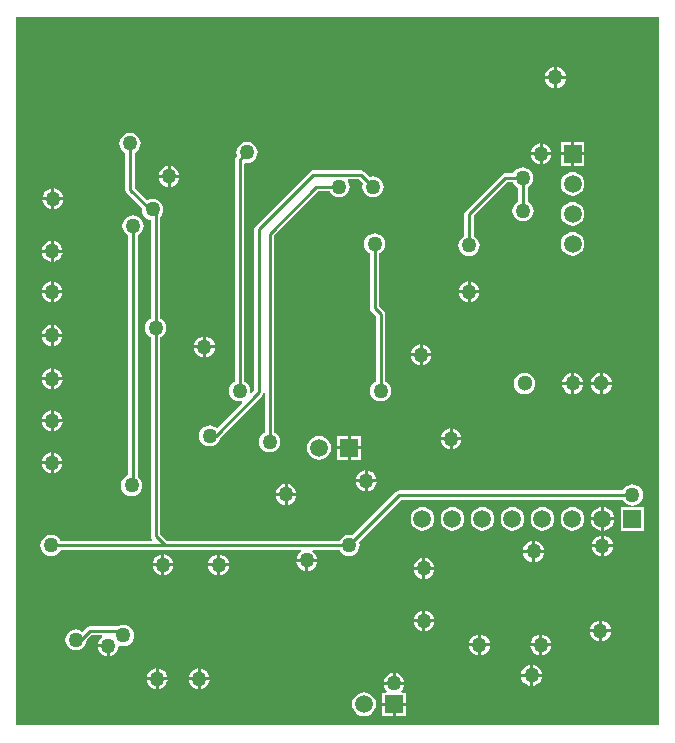
<source format=gbl>
G04*
G04 #@! TF.GenerationSoftware,Altium Limited,Altium Designer,18.1.7 (191)*
G04*
G04 Layer_Physical_Order=2*
G04 Layer_Color=16711680*
%FSLAX25Y25*%
%MOIN*%
G70*
G01*
G75*
%ADD14C,0.01000*%
%ADD62R,0.05906X0.05906*%
%ADD63C,0.05906*%
%ADD64R,0.05906X0.05906*%
%ADD65C,0.05118*%
%ADD66C,0.05000*%
G36*
X315971Y263029D02*
X101529D01*
Y498971D01*
X315971D01*
Y263029D01*
D02*
G37*
%LPC*%
G36*
X281827Y482464D02*
Y479500D01*
X284791D01*
X284737Y479914D01*
X284384Y480765D01*
X283823Y481496D01*
X283092Y482057D01*
X282241Y482410D01*
X281827Y482464D01*
D02*
G37*
G36*
X280827D02*
X280413Y482410D01*
X279562Y482057D01*
X278831Y481496D01*
X278270Y480765D01*
X277917Y479914D01*
X277862Y479500D01*
X280827D01*
Y482464D01*
D02*
G37*
G36*
X284791Y478500D02*
X281827D01*
Y475536D01*
X282241Y475590D01*
X283092Y475943D01*
X283823Y476504D01*
X284384Y477235D01*
X284737Y478086D01*
X284791Y478500D01*
D02*
G37*
G36*
X280827D02*
X277862D01*
X277917Y478086D01*
X278270Y477235D01*
X278831Y476504D01*
X279562Y475943D01*
X280413Y475590D01*
X280827Y475536D01*
Y478500D01*
D02*
G37*
G36*
X290953Y457453D02*
X287500D01*
Y454000D01*
X290953D01*
Y457453D01*
D02*
G37*
G36*
X277000Y456964D02*
Y454000D01*
X279964D01*
X279910Y454414D01*
X279557Y455265D01*
X278996Y455996D01*
X278265Y456557D01*
X277414Y456910D01*
X277000Y456964D01*
D02*
G37*
G36*
X276000D02*
X275586Y456910D01*
X274735Y456557D01*
X274004Y455996D01*
X273443Y455265D01*
X273090Y454414D01*
X273036Y454000D01*
X276000D01*
Y456964D01*
D02*
G37*
G36*
X286500Y457453D02*
X283047D01*
Y454000D01*
X286500D01*
Y457453D01*
D02*
G37*
G36*
X178500Y457530D02*
X177586Y457410D01*
X176735Y457057D01*
X176004Y456496D01*
X175443Y455765D01*
X175090Y454914D01*
X174970Y454000D01*
X175090Y453086D01*
X175188Y452851D01*
X174919Y452581D01*
X174587Y452085D01*
X174471Y451500D01*
Y377655D01*
X174235Y377557D01*
X173504Y376996D01*
X172943Y376265D01*
X172590Y375414D01*
X172470Y374500D01*
X172590Y373586D01*
X172943Y372735D01*
X173504Y372004D01*
X174235Y371443D01*
X175086Y371090D01*
X176000Y370970D01*
X176691Y371061D01*
X176924Y370587D01*
X168404Y362067D01*
X167765Y362557D01*
X166914Y362910D01*
X166000Y363030D01*
X165086Y362910D01*
X164235Y362557D01*
X163504Y361996D01*
X162943Y361265D01*
X162590Y360414D01*
X162470Y359500D01*
X162590Y358586D01*
X162943Y357735D01*
X163504Y357004D01*
X164235Y356443D01*
X165086Y356090D01*
X166000Y355970D01*
X166914Y356090D01*
X167765Y356443D01*
X168496Y357004D01*
X169057Y357735D01*
X169410Y358586D01*
X169434Y358771D01*
X183581Y372919D01*
X183913Y373415D01*
X183971Y373705D01*
X184471Y373655D01*
Y360655D01*
X184235Y360557D01*
X183504Y359996D01*
X182943Y359265D01*
X182590Y358414D01*
X182470Y357500D01*
X182590Y356586D01*
X182943Y355735D01*
X183504Y355004D01*
X184235Y354443D01*
X185086Y354090D01*
X186000Y353970D01*
X186914Y354090D01*
X187765Y354443D01*
X188496Y355004D01*
X189057Y355735D01*
X189410Y356586D01*
X189530Y357500D01*
X189410Y358414D01*
X189057Y359265D01*
X188496Y359996D01*
X187765Y360557D01*
X187529Y360655D01*
Y426260D01*
X202240Y440971D01*
X206077D01*
X206175Y440735D01*
X206736Y440004D01*
X207467Y439443D01*
X208319Y439090D01*
X209232Y438970D01*
X210146Y439090D01*
X210997Y439443D01*
X211729Y440004D01*
X212290Y440735D01*
X212642Y441586D01*
X212762Y442500D01*
X212642Y443414D01*
X212290Y444265D01*
X212092Y444522D01*
X212313Y444971D01*
X215866D01*
X217188Y443649D01*
X217090Y443414D01*
X216970Y442500D01*
X217090Y441586D01*
X217443Y440735D01*
X218004Y440004D01*
X218735Y439443D01*
X219586Y439090D01*
X220500Y438970D01*
X221414Y439090D01*
X222265Y439443D01*
X222996Y440004D01*
X223557Y440735D01*
X223910Y441586D01*
X224030Y442500D01*
X223910Y443414D01*
X223557Y444265D01*
X222996Y444996D01*
X222265Y445557D01*
X221414Y445910D01*
X220500Y446030D01*
X219586Y445910D01*
X219351Y445812D01*
X217581Y447581D01*
X217085Y447913D01*
X216500Y448029D01*
X200500D01*
X199915Y447913D01*
X199419Y447581D01*
X181419Y429581D01*
X181087Y429085D01*
X180971Y428500D01*
Y374634D01*
X179913Y373576D01*
X179439Y373809D01*
X179530Y374500D01*
X179410Y375414D01*
X179057Y376265D01*
X178496Y376996D01*
X177765Y377557D01*
X177529Y377655D01*
Y450093D01*
X178029Y450532D01*
X178500Y450470D01*
X179414Y450590D01*
X180265Y450943D01*
X180996Y451504D01*
X181557Y452235D01*
X181910Y453086D01*
X182030Y454000D01*
X181910Y454914D01*
X181557Y455765D01*
X180996Y456496D01*
X180265Y457057D01*
X179414Y457410D01*
X178500Y457530D01*
D02*
G37*
G36*
X279964Y453000D02*
X277000D01*
Y450036D01*
X277414Y450090D01*
X278265Y450443D01*
X278996Y451004D01*
X279557Y451735D01*
X279910Y452586D01*
X279964Y453000D01*
D02*
G37*
G36*
X276000D02*
X273036D01*
X273090Y452586D01*
X273443Y451735D01*
X274004Y451004D01*
X274735Y450443D01*
X275586Y450090D01*
X276000Y450036D01*
Y453000D01*
D02*
G37*
G36*
X290953D02*
X287500D01*
Y449547D01*
X290953D01*
Y453000D01*
D02*
G37*
G36*
X286500D02*
X283047D01*
Y449547D01*
X286500D01*
Y453000D01*
D02*
G37*
G36*
X153000Y449464D02*
Y446500D01*
X155964D01*
X155910Y446914D01*
X155557Y447765D01*
X154996Y448496D01*
X154265Y449057D01*
X153414Y449410D01*
X153000Y449464D01*
D02*
G37*
G36*
X152000D02*
X151586Y449410D01*
X150735Y449057D01*
X150004Y448496D01*
X149443Y447765D01*
X149090Y446914D01*
X149036Y446500D01*
X152000D01*
Y449464D01*
D02*
G37*
G36*
X155964Y445500D02*
X153000D01*
Y442536D01*
X153414Y442590D01*
X154265Y442943D01*
X154996Y443504D01*
X155557Y444235D01*
X155910Y445086D01*
X155964Y445500D01*
D02*
G37*
G36*
X152000D02*
X149036D01*
X149090Y445086D01*
X149443Y444235D01*
X150004Y443504D01*
X150735Y442943D01*
X151586Y442590D01*
X152000Y442536D01*
Y445500D01*
D02*
G37*
G36*
X287000Y447487D02*
X285968Y447351D01*
X285007Y446953D01*
X284181Y446319D01*
X283547Y445493D01*
X283149Y444532D01*
X283013Y443500D01*
X283149Y442468D01*
X283547Y441507D01*
X284181Y440681D01*
X285007Y440047D01*
X285968Y439649D01*
X287000Y439513D01*
X288032Y439649D01*
X288993Y440047D01*
X289819Y440681D01*
X290453Y441507D01*
X290851Y442468D01*
X290987Y443500D01*
X290851Y444532D01*
X290453Y445493D01*
X289819Y446319D01*
X288993Y446953D01*
X288032Y447351D01*
X287000Y447487D01*
D02*
G37*
G36*
X114284Y441964D02*
Y439000D01*
X117248D01*
X117193Y439414D01*
X116841Y440265D01*
X116280Y440996D01*
X115549Y441557D01*
X114697Y441910D01*
X114284Y441964D01*
D02*
G37*
G36*
X113284D02*
X112870Y441910D01*
X112018Y441557D01*
X111287Y440996D01*
X110726Y440265D01*
X110374Y439414D01*
X110319Y439000D01*
X113284D01*
Y441964D01*
D02*
G37*
G36*
X117248Y438000D02*
X114284D01*
Y435036D01*
X114697Y435090D01*
X115549Y435443D01*
X116280Y436004D01*
X116841Y436735D01*
X117193Y437586D01*
X117248Y438000D01*
D02*
G37*
G36*
X113284D02*
X110319D01*
X110374Y437586D01*
X110726Y436735D01*
X111287Y436004D01*
X112018Y435443D01*
X112870Y435090D01*
X113284Y435036D01*
Y438000D01*
D02*
G37*
G36*
X270374Y449030D02*
X269460Y448910D01*
X268609Y448557D01*
X267878Y447996D01*
X267317Y447265D01*
X267219Y447029D01*
X264500D01*
X263915Y446913D01*
X263419Y446581D01*
X251419Y434581D01*
X251087Y434085D01*
X250971Y433500D01*
Y426155D01*
X250735Y426057D01*
X250004Y425496D01*
X249443Y424765D01*
X249090Y423914D01*
X248970Y423000D01*
X249090Y422086D01*
X249443Y421235D01*
X250004Y420504D01*
X250735Y419943D01*
X251586Y419590D01*
X252500Y419470D01*
X253414Y419590D01*
X254265Y419943D01*
X254996Y420504D01*
X255557Y421235D01*
X255910Y422086D01*
X256030Y423000D01*
X255910Y423914D01*
X255557Y424765D01*
X254996Y425496D01*
X254265Y426057D01*
X254029Y426155D01*
Y432866D01*
X265134Y443971D01*
X267219D01*
X267317Y443735D01*
X267878Y443004D01*
X268609Y442443D01*
X268971Y442293D01*
Y437655D01*
X268735Y437557D01*
X268004Y436996D01*
X267443Y436265D01*
X267090Y435414D01*
X266970Y434500D01*
X267090Y433586D01*
X267443Y432735D01*
X268004Y432004D01*
X268735Y431443D01*
X269586Y431090D01*
X270500Y430970D01*
X271414Y431090D01*
X272265Y431443D01*
X272996Y432004D01*
X273557Y432735D01*
X273910Y433586D01*
X274030Y434500D01*
X273910Y435414D01*
X273557Y436265D01*
X272996Y436996D01*
X272265Y437557D01*
X272029Y437655D01*
Y442397D01*
X272139Y442443D01*
X272870Y443004D01*
X273431Y443735D01*
X273784Y444586D01*
X273904Y445500D01*
X273784Y446414D01*
X273431Y447265D01*
X272870Y447996D01*
X272139Y448557D01*
X271288Y448910D01*
X270374Y449030D01*
D02*
G37*
G36*
X287000Y437487D02*
X285968Y437351D01*
X285007Y436953D01*
X284181Y436319D01*
X283547Y435493D01*
X283149Y434532D01*
X283013Y433500D01*
X283149Y432468D01*
X283547Y431507D01*
X284181Y430681D01*
X285007Y430047D01*
X285968Y429649D01*
X287000Y429513D01*
X288032Y429649D01*
X288993Y430047D01*
X289819Y430681D01*
X290453Y431507D01*
X290851Y432468D01*
X290987Y433500D01*
X290851Y434532D01*
X290453Y435493D01*
X289819Y436319D01*
X288993Y436953D01*
X288032Y437351D01*
X287000Y437487D01*
D02*
G37*
G36*
X114047Y424512D02*
Y421547D01*
X117012D01*
X116957Y421961D01*
X116604Y422812D01*
X116043Y423544D01*
X115312Y424104D01*
X114461Y424457D01*
X114047Y424512D01*
D02*
G37*
G36*
X113047D02*
X112634Y424457D01*
X111782Y424104D01*
X111051Y423544D01*
X110490Y422812D01*
X110137Y421961D01*
X110083Y421547D01*
X113047D01*
Y424512D01*
D02*
G37*
G36*
X287000Y427487D02*
X285968Y427351D01*
X285007Y426953D01*
X284181Y426319D01*
X283547Y425493D01*
X283149Y424532D01*
X283013Y423500D01*
X283149Y422468D01*
X283547Y421507D01*
X284181Y420681D01*
X285007Y420047D01*
X285968Y419649D01*
X287000Y419513D01*
X288032Y419649D01*
X288993Y420047D01*
X289819Y420681D01*
X290453Y421507D01*
X290851Y422468D01*
X290987Y423500D01*
X290851Y424532D01*
X290453Y425493D01*
X289819Y426319D01*
X288993Y426953D01*
X288032Y427351D01*
X287000Y427487D01*
D02*
G37*
G36*
X117012Y420547D02*
X114047D01*
Y417583D01*
X114461Y417637D01*
X115312Y417990D01*
X116043Y418551D01*
X116604Y419282D01*
X116957Y420134D01*
X117012Y420547D01*
D02*
G37*
G36*
X113047D02*
X110083D01*
X110137Y420134D01*
X110490Y419282D01*
X111051Y418551D01*
X111782Y417990D01*
X112634Y417637D01*
X113047Y417583D01*
Y420547D01*
D02*
G37*
G36*
X253000Y410964D02*
Y408000D01*
X255964D01*
X255910Y408414D01*
X255557Y409265D01*
X254996Y409996D01*
X254265Y410557D01*
X253414Y410910D01*
X253000Y410964D01*
D02*
G37*
G36*
X252000D02*
X251586Y410910D01*
X250735Y410557D01*
X250004Y409996D01*
X249443Y409265D01*
X249090Y408414D01*
X249036Y408000D01*
X252000D01*
Y410964D01*
D02*
G37*
G36*
X114000D02*
Y408000D01*
X116964D01*
X116910Y408414D01*
X116557Y409265D01*
X115996Y409996D01*
X115265Y410557D01*
X114414Y410910D01*
X114000Y410964D01*
D02*
G37*
G36*
X113000D02*
X112586Y410910D01*
X111735Y410557D01*
X111004Y409996D01*
X110443Y409265D01*
X110090Y408414D01*
X110036Y408000D01*
X113000D01*
Y410964D01*
D02*
G37*
G36*
X255964Y407000D02*
X253000D01*
Y404036D01*
X253414Y404090D01*
X254265Y404443D01*
X254996Y405004D01*
X255557Y405735D01*
X255910Y406586D01*
X255964Y407000D01*
D02*
G37*
G36*
X252000D02*
X249036D01*
X249090Y406586D01*
X249443Y405735D01*
X250004Y405004D01*
X250735Y404443D01*
X251586Y404090D01*
X252000Y404036D01*
Y407000D01*
D02*
G37*
G36*
X116964D02*
X114000D01*
Y404036D01*
X114414Y404090D01*
X115265Y404443D01*
X115996Y405004D01*
X116557Y405735D01*
X116910Y406586D01*
X116964Y407000D01*
D02*
G37*
G36*
X113000D02*
X110036D01*
X110090Y406586D01*
X110443Y405735D01*
X111004Y405004D01*
X111735Y404443D01*
X112586Y404090D01*
X113000Y404036D01*
Y407000D01*
D02*
G37*
G36*
X114000Y396464D02*
Y393500D01*
X116964D01*
X116910Y393914D01*
X116557Y394765D01*
X115996Y395496D01*
X115265Y396057D01*
X114414Y396410D01*
X114000Y396464D01*
D02*
G37*
G36*
X113000D02*
X112586Y396410D01*
X111735Y396057D01*
X111004Y395496D01*
X110443Y394765D01*
X110090Y393914D01*
X110036Y393500D01*
X113000D01*
Y396464D01*
D02*
G37*
G36*
X164815Y392649D02*
Y389685D01*
X167779D01*
X167725Y390099D01*
X167372Y390950D01*
X166811Y391681D01*
X166080Y392242D01*
X165229Y392595D01*
X164815Y392649D01*
D02*
G37*
G36*
X163815D02*
X163401Y392595D01*
X162550Y392242D01*
X161819Y391681D01*
X161258Y390950D01*
X160905Y390099D01*
X160851Y389685D01*
X163815D01*
Y392649D01*
D02*
G37*
G36*
X116964Y392500D02*
X114000D01*
Y389536D01*
X114414Y389590D01*
X115265Y389943D01*
X115996Y390504D01*
X116557Y391235D01*
X116910Y392086D01*
X116964Y392500D01*
D02*
G37*
G36*
X113000D02*
X110036D01*
X110090Y392086D01*
X110443Y391235D01*
X111004Y390504D01*
X111735Y389943D01*
X112586Y389590D01*
X113000Y389536D01*
Y392500D01*
D02*
G37*
G36*
X237000Y389964D02*
Y387000D01*
X239964D01*
X239910Y387414D01*
X239557Y388265D01*
X238996Y388996D01*
X238265Y389557D01*
X237414Y389910D01*
X237000Y389964D01*
D02*
G37*
G36*
X236000D02*
X235586Y389910D01*
X234735Y389557D01*
X234004Y388996D01*
X233443Y388265D01*
X233090Y387414D01*
X233036Y387000D01*
X236000D01*
Y389964D01*
D02*
G37*
G36*
X167779Y388685D02*
X164815D01*
Y385721D01*
X165229Y385775D01*
X166080Y386128D01*
X166811Y386689D01*
X167372Y387420D01*
X167725Y388271D01*
X167779Y388685D01*
D02*
G37*
G36*
X163815D02*
X160851D01*
X160905Y388271D01*
X161258Y387420D01*
X161819Y386689D01*
X162550Y386128D01*
X163401Y385775D01*
X163815Y385721D01*
Y388685D01*
D02*
G37*
G36*
X239964Y386000D02*
X237000D01*
Y383036D01*
X237414Y383090D01*
X238265Y383443D01*
X238996Y384004D01*
X239557Y384735D01*
X239910Y385586D01*
X239964Y386000D01*
D02*
G37*
G36*
X236000D02*
X233036D01*
X233090Y385586D01*
X233443Y384735D01*
X234004Y384004D01*
X234735Y383443D01*
X235586Y383090D01*
X236000Y383036D01*
Y386000D01*
D02*
G37*
G36*
X114047Y381964D02*
Y379000D01*
X117012D01*
X116957Y379414D01*
X116604Y380265D01*
X116043Y380996D01*
X115312Y381557D01*
X114461Y381910D01*
X114047Y381964D01*
D02*
G37*
G36*
X113047D02*
X112634Y381910D01*
X111782Y381557D01*
X111051Y380996D01*
X110490Y380265D01*
X110137Y379414D01*
X110083Y379000D01*
X113047D01*
Y381964D01*
D02*
G37*
G36*
X297091Y380524D02*
Y377500D01*
X300114D01*
X300058Y377929D01*
X299699Y378795D01*
X299129Y379538D01*
X298385Y380109D01*
X297520Y380467D01*
X297091Y380524D01*
D02*
G37*
G36*
X287559Y380464D02*
Y377500D01*
X290523D01*
X290469Y377914D01*
X290116Y378765D01*
X289555Y379496D01*
X288824Y380057D01*
X287973Y380410D01*
X287559Y380464D01*
D02*
G37*
G36*
X286559D02*
X286145Y380410D01*
X285294Y380057D01*
X284563Y379496D01*
X284002Y378765D01*
X283649Y377914D01*
X283595Y377500D01*
X286559D01*
Y380464D01*
D02*
G37*
G36*
X296091Y380524D02*
X295661Y380467D01*
X294796Y380109D01*
X294052Y379538D01*
X293482Y378795D01*
X293123Y377929D01*
X293067Y377500D01*
X296091D01*
Y380524D01*
D02*
G37*
G36*
X117012Y378000D02*
X114047D01*
Y375036D01*
X114461Y375090D01*
X115312Y375443D01*
X116043Y376004D01*
X116604Y376735D01*
X116957Y377586D01*
X117012Y378000D01*
D02*
G37*
G36*
X113047D02*
X110083D01*
X110137Y377586D01*
X110490Y376735D01*
X111051Y376004D01*
X111782Y375443D01*
X112634Y375090D01*
X113047Y375036D01*
Y378000D01*
D02*
G37*
G36*
X290523Y376500D02*
X287559D01*
Y373536D01*
X287973Y373590D01*
X288824Y373943D01*
X289555Y374504D01*
X290116Y375235D01*
X290469Y376086D01*
X290523Y376500D01*
D02*
G37*
G36*
X286559D02*
X283595D01*
X283649Y376086D01*
X284002Y375235D01*
X284563Y374504D01*
X285294Y373943D01*
X286145Y373590D01*
X286559Y373536D01*
Y376500D01*
D02*
G37*
G36*
X300114D02*
X297091D01*
Y373476D01*
X297520Y373533D01*
X298385Y373891D01*
X299129Y374462D01*
X299699Y375205D01*
X300058Y376071D01*
X300114Y376500D01*
D02*
G37*
G36*
X296091D02*
X293067D01*
X293123Y376071D01*
X293482Y375205D01*
X294052Y374462D01*
X294796Y373891D01*
X295661Y373533D01*
X296091Y373476D01*
Y376500D01*
D02*
G37*
G36*
X271000Y380590D02*
X270071Y380467D01*
X269205Y380109D01*
X268462Y379538D01*
X267891Y378795D01*
X267533Y377929D01*
X267410Y377000D01*
X267533Y376071D01*
X267891Y375205D01*
X268462Y374462D01*
X269205Y373891D01*
X270071Y373533D01*
X271000Y373410D01*
X271929Y373533D01*
X272795Y373891D01*
X273538Y374462D01*
X274109Y375205D01*
X274467Y376071D01*
X274590Y377000D01*
X274467Y377929D01*
X274109Y378795D01*
X273538Y379538D01*
X272795Y380109D01*
X271929Y380467D01*
X271000Y380590D01*
D02*
G37*
G36*
X221000Y427030D02*
X220086Y426910D01*
X219235Y426557D01*
X218504Y425996D01*
X217943Y425265D01*
X217590Y424414D01*
X217470Y423500D01*
X217590Y422586D01*
X217943Y421735D01*
X218504Y421004D01*
X219235Y420443D01*
X219471Y420345D01*
Y402000D01*
X219587Y401415D01*
X219919Y400919D01*
X221471Y399366D01*
Y377655D01*
X221235Y377557D01*
X220504Y376996D01*
X219943Y376265D01*
X219590Y375414D01*
X219470Y374500D01*
X219590Y373586D01*
X219943Y372735D01*
X220504Y372004D01*
X221235Y371443D01*
X222086Y371090D01*
X223000Y370970D01*
X223914Y371090D01*
X224765Y371443D01*
X225496Y372004D01*
X226057Y372735D01*
X226410Y373586D01*
X226530Y374500D01*
X226410Y375414D01*
X226057Y376265D01*
X225496Y376996D01*
X224765Y377557D01*
X224529Y377655D01*
Y400000D01*
X224413Y400585D01*
X224081Y401081D01*
X222529Y402633D01*
Y420345D01*
X222765Y420443D01*
X223496Y421004D01*
X224057Y421735D01*
X224410Y422586D01*
X224530Y423500D01*
X224410Y424414D01*
X224057Y425265D01*
X223496Y425996D01*
X222765Y426557D01*
X221914Y426910D01*
X221000Y427030D01*
D02*
G37*
G36*
X114047Y367964D02*
Y365000D01*
X117012D01*
X116957Y365414D01*
X116604Y366265D01*
X116043Y366996D01*
X115312Y367557D01*
X114461Y367910D01*
X114047Y367964D01*
D02*
G37*
G36*
X113047D02*
X112634Y367910D01*
X111782Y367557D01*
X111051Y366996D01*
X110490Y366265D01*
X110137Y365414D01*
X110083Y365000D01*
X113047D01*
Y367964D01*
D02*
G37*
G36*
X117012Y364000D02*
X114047D01*
Y361036D01*
X114461Y361090D01*
X115312Y361443D01*
X116043Y362004D01*
X116604Y362735D01*
X116957Y363586D01*
X117012Y364000D01*
D02*
G37*
G36*
X113047D02*
X110083D01*
X110137Y363586D01*
X110490Y362735D01*
X111051Y362004D01*
X111782Y361443D01*
X112634Y361090D01*
X113047Y361036D01*
Y364000D01*
D02*
G37*
G36*
X247000Y361964D02*
Y359000D01*
X249964D01*
X249910Y359414D01*
X249557Y360265D01*
X248996Y360996D01*
X248265Y361557D01*
X247414Y361910D01*
X247000Y361964D01*
D02*
G37*
G36*
X246000D02*
X245586Y361910D01*
X244735Y361557D01*
X244004Y360996D01*
X243443Y360265D01*
X243090Y359414D01*
X243036Y359000D01*
X246000D01*
Y361964D01*
D02*
G37*
G36*
X216453Y359453D02*
X213000D01*
Y356000D01*
X216453D01*
Y359453D01*
D02*
G37*
G36*
X212000D02*
X208547D01*
Y356000D01*
X212000D01*
Y359453D01*
D02*
G37*
G36*
X249964Y358000D02*
X247000D01*
Y355036D01*
X247414Y355090D01*
X248265Y355443D01*
X248996Y356004D01*
X249557Y356735D01*
X249910Y357586D01*
X249964Y358000D01*
D02*
G37*
G36*
X246000D02*
X243036D01*
X243090Y357586D01*
X243443Y356735D01*
X244004Y356004D01*
X244735Y355443D01*
X245586Y355090D01*
X246000Y355036D01*
Y358000D01*
D02*
G37*
G36*
X216453Y355000D02*
X213000D01*
Y351547D01*
X216453D01*
Y355000D01*
D02*
G37*
G36*
X212000D02*
X208547D01*
Y351547D01*
X212000D01*
Y355000D01*
D02*
G37*
G36*
X202500Y359487D02*
X201468Y359351D01*
X200507Y358953D01*
X199681Y358319D01*
X199047Y357493D01*
X198649Y356532D01*
X198513Y355500D01*
X198649Y354468D01*
X199047Y353507D01*
X199681Y352681D01*
X200507Y352047D01*
X201468Y351649D01*
X202500Y351513D01*
X203532Y351649D01*
X204493Y352047D01*
X205319Y352681D01*
X205953Y353507D01*
X206351Y354468D01*
X206487Y355500D01*
X206351Y356532D01*
X205953Y357493D01*
X205319Y358319D01*
X204493Y358953D01*
X203532Y359351D01*
X202500Y359487D01*
D02*
G37*
G36*
X114000Y353964D02*
Y351000D01*
X116964D01*
X116910Y351414D01*
X116557Y352265D01*
X115996Y352996D01*
X115265Y353557D01*
X114414Y353910D01*
X114000Y353964D01*
D02*
G37*
G36*
X113000D02*
X112586Y353910D01*
X111735Y353557D01*
X111004Y352996D01*
X110443Y352265D01*
X110090Y351414D01*
X110036Y351000D01*
X113000D01*
Y353964D01*
D02*
G37*
G36*
X116964Y350000D02*
X114000D01*
Y347036D01*
X114414Y347090D01*
X115265Y347443D01*
X115996Y348004D01*
X116557Y348735D01*
X116910Y349586D01*
X116964Y350000D01*
D02*
G37*
G36*
X113000D02*
X110036D01*
X110090Y349586D01*
X110443Y348735D01*
X111004Y348004D01*
X111735Y347443D01*
X112586Y347090D01*
X113000Y347036D01*
Y350000D01*
D02*
G37*
G36*
X218736Y347964D02*
Y345000D01*
X221700D01*
X221645Y345414D01*
X221293Y346265D01*
X220732Y346996D01*
X220001Y347557D01*
X219149Y347910D01*
X218736Y347964D01*
D02*
G37*
G36*
X217736D02*
X217322Y347910D01*
X216470Y347557D01*
X215739Y346996D01*
X215178Y346265D01*
X214826Y345414D01*
X214771Y345000D01*
X217736D01*
Y347964D01*
D02*
G37*
G36*
X221700Y344000D02*
X218736D01*
Y341036D01*
X219149Y341090D01*
X220001Y341443D01*
X220732Y342004D01*
X221293Y342735D01*
X221645Y343586D01*
X221700Y344000D01*
D02*
G37*
G36*
X217736D02*
X214771D01*
X214826Y343586D01*
X215178Y342735D01*
X215739Y342004D01*
X216470Y341443D01*
X217322Y341090D01*
X217736Y341036D01*
Y344000D01*
D02*
G37*
G36*
X192000Y343464D02*
Y340500D01*
X194964D01*
X194910Y340914D01*
X194557Y341765D01*
X193996Y342496D01*
X193265Y343057D01*
X192414Y343410D01*
X192000Y343464D01*
D02*
G37*
G36*
X191000D02*
X190586Y343410D01*
X189735Y343057D01*
X189004Y342496D01*
X188443Y341765D01*
X188090Y340914D01*
X188036Y340500D01*
X191000D01*
Y343464D01*
D02*
G37*
G36*
X140500Y433030D02*
X139586Y432910D01*
X138735Y432557D01*
X138004Y431996D01*
X137443Y431265D01*
X137090Y430414D01*
X136970Y429500D01*
X137090Y428586D01*
X137443Y427735D01*
X138004Y427004D01*
X138735Y426443D01*
X138971Y426345D01*
Y346351D01*
X138235Y346047D01*
X137504Y345486D01*
X136943Y344755D01*
X136590Y343903D01*
X136470Y342989D01*
X136590Y342076D01*
X136943Y341224D01*
X137504Y340493D01*
X138235Y339932D01*
X139086Y339579D01*
X140000Y339459D01*
X140914Y339579D01*
X141765Y339932D01*
X142496Y340493D01*
X143057Y341224D01*
X143410Y342076D01*
X143530Y342989D01*
X143410Y343903D01*
X143057Y344755D01*
X142496Y345486D01*
X142029Y345844D01*
Y426345D01*
X142265Y426443D01*
X142996Y427004D01*
X143557Y427735D01*
X143910Y428586D01*
X144030Y429500D01*
X143910Y430414D01*
X143557Y431265D01*
X142996Y431996D01*
X142265Y432557D01*
X141414Y432910D01*
X140500Y433030D01*
D02*
G37*
G36*
X194964Y339500D02*
X192000D01*
Y336536D01*
X192414Y336590D01*
X193265Y336943D01*
X193996Y337504D01*
X194557Y338235D01*
X194910Y339086D01*
X194964Y339500D01*
D02*
G37*
G36*
X191000D02*
X188036D01*
X188090Y339086D01*
X188443Y338235D01*
X189004Y337504D01*
X189735Y336943D01*
X190586Y336590D01*
X191000Y336536D01*
Y339500D01*
D02*
G37*
G36*
X139500Y460530D02*
X138586Y460410D01*
X137735Y460057D01*
X137004Y459496D01*
X136443Y458765D01*
X136090Y457914D01*
X135970Y457000D01*
X136090Y456086D01*
X136443Y455235D01*
X137004Y454504D01*
X137735Y453943D01*
X137971Y453845D01*
Y441512D01*
X138087Y440927D01*
X138419Y440431D01*
X143514Y435336D01*
X143470Y435000D01*
X143590Y434086D01*
X143943Y433235D01*
X144504Y432504D01*
X145235Y431943D01*
X146086Y431590D01*
X146471Y431539D01*
Y398655D01*
X146235Y398557D01*
X145504Y397996D01*
X144943Y397265D01*
X144590Y396414D01*
X144470Y395500D01*
X144590Y394586D01*
X144943Y393735D01*
X145504Y393004D01*
X146235Y392443D01*
X146471Y392345D01*
Y326095D01*
X146587Y325510D01*
X146908Y325029D01*
X146866Y324810D01*
X146750Y324529D01*
X116336D01*
X116238Y324765D01*
X115677Y325496D01*
X114946Y326057D01*
X114095Y326410D01*
X113181Y326530D01*
X112267Y326410D01*
X111416Y326057D01*
X110685Y325496D01*
X110124Y324765D01*
X109771Y323914D01*
X109651Y323000D01*
X109771Y322086D01*
X110124Y321235D01*
X110685Y320504D01*
X111416Y319943D01*
X112267Y319590D01*
X113181Y319470D01*
X114095Y319590D01*
X114946Y319943D01*
X115677Y320504D01*
X116238Y321235D01*
X116336Y321471D01*
X196438D01*
X196567Y320971D01*
X195949Y320496D01*
X195388Y319765D01*
X195035Y318914D01*
X194981Y318500D01*
X201909D01*
X201855Y318914D01*
X201502Y319765D01*
X200941Y320496D01*
X200323Y320971D01*
X200452Y321471D01*
X209345D01*
X209443Y321235D01*
X210004Y320504D01*
X210735Y319943D01*
X211586Y319590D01*
X212500Y319470D01*
X213414Y319590D01*
X214265Y319943D01*
X214996Y320504D01*
X215557Y321235D01*
X215910Y322086D01*
X216030Y323000D01*
X215910Y323914D01*
X215812Y324149D01*
X229952Y338289D01*
X303841D01*
X303939Y338054D01*
X304500Y337323D01*
X305231Y336762D01*
X306082Y336409D01*
X306996Y336289D01*
X307910Y336409D01*
X308761Y336762D01*
X309492Y337323D01*
X310053Y338054D01*
X310406Y338905D01*
X310526Y339819D01*
X310406Y340733D01*
X310053Y341584D01*
X309492Y342315D01*
X308761Y342876D01*
X307910Y343229D01*
X306996Y343349D01*
X306082Y343229D01*
X305231Y342876D01*
X304500Y342315D01*
X303939Y341584D01*
X303841Y341348D01*
X229319D01*
X228734Y341232D01*
X228237Y340900D01*
X213649Y326312D01*
X213414Y326410D01*
X212500Y326530D01*
X211586Y326410D01*
X210735Y326057D01*
X210004Y325496D01*
X209443Y324765D01*
X209345Y324529D01*
X151729D01*
X149529Y326729D01*
Y392345D01*
X149765Y392443D01*
X150496Y393004D01*
X151057Y393735D01*
X151410Y394586D01*
X151530Y395500D01*
X151410Y396414D01*
X151057Y397265D01*
X150496Y397996D01*
X149765Y398557D01*
X149529Y398655D01*
Y432547D01*
X150057Y433235D01*
X150410Y434086D01*
X150530Y435000D01*
X150410Y435914D01*
X150057Y436765D01*
X149496Y437496D01*
X148765Y438057D01*
X147914Y438410D01*
X147000Y438530D01*
X146086Y438410D01*
X145235Y438057D01*
X145169Y438007D01*
X141029Y442146D01*
Y453845D01*
X141265Y453943D01*
X141996Y454504D01*
X142557Y455235D01*
X142910Y456086D01*
X143030Y457000D01*
X142910Y457914D01*
X142557Y458765D01*
X141996Y459496D01*
X141265Y460057D01*
X140414Y460410D01*
X139500Y460530D01*
D02*
G37*
G36*
X297496Y335740D02*
Y332319D01*
X300917D01*
X300847Y332851D01*
X300449Y333812D01*
X299815Y334638D01*
X298990Y335272D01*
X298028Y335670D01*
X297496Y335740D01*
D02*
G37*
G36*
X296496D02*
X295964Y335670D01*
X295003Y335272D01*
X294177Y334638D01*
X293543Y333812D01*
X293145Y332851D01*
X293075Y332319D01*
X296496D01*
Y335740D01*
D02*
G37*
G36*
X300917Y331319D02*
X297496D01*
Y327898D01*
X298028Y327968D01*
X298990Y328366D01*
X299815Y329000D01*
X300449Y329825D01*
X300847Y330787D01*
X300917Y331319D01*
D02*
G37*
G36*
X296496D02*
X293075D01*
X293145Y330787D01*
X293543Y329825D01*
X294177Y329000D01*
X295003Y328366D01*
X295964Y327968D01*
X296496Y327898D01*
Y331319D01*
D02*
G37*
G36*
X310949Y335772D02*
X303043D01*
Y327866D01*
X310949D01*
Y335772D01*
D02*
G37*
G36*
X286996Y335806D02*
X285964Y335670D01*
X285003Y335272D01*
X284177Y334638D01*
X283543Y333812D01*
X283145Y332851D01*
X283009Y331819D01*
X283145Y330787D01*
X283543Y329825D01*
X284177Y329000D01*
X285003Y328366D01*
X285964Y327968D01*
X286996Y327832D01*
X288028Y327968D01*
X288989Y328366D01*
X289815Y329000D01*
X290449Y329825D01*
X290847Y330787D01*
X290983Y331819D01*
X290847Y332851D01*
X290449Y333812D01*
X289815Y334638D01*
X288989Y335272D01*
X288028Y335670D01*
X286996Y335806D01*
D02*
G37*
G36*
X276996D02*
X275964Y335670D01*
X275003Y335272D01*
X274177Y334638D01*
X273543Y333812D01*
X273145Y332851D01*
X273009Y331819D01*
X273145Y330787D01*
X273543Y329825D01*
X274177Y329000D01*
X275003Y328366D01*
X275964Y327968D01*
X276996Y327832D01*
X278028Y327968D01*
X278990Y328366D01*
X279815Y329000D01*
X280449Y329825D01*
X280847Y330787D01*
X280983Y331819D01*
X280847Y332851D01*
X280449Y333812D01*
X279815Y334638D01*
X278990Y335272D01*
X278028Y335670D01*
X276996Y335806D01*
D02*
G37*
G36*
X266996D02*
X265964Y335670D01*
X265003Y335272D01*
X264177Y334638D01*
X263543Y333812D01*
X263145Y332851D01*
X263009Y331819D01*
X263145Y330787D01*
X263543Y329825D01*
X264177Y329000D01*
X265003Y328366D01*
X265964Y327968D01*
X266996Y327832D01*
X268028Y327968D01*
X268989Y328366D01*
X269815Y329000D01*
X270449Y329825D01*
X270847Y330787D01*
X270983Y331819D01*
X270847Y332851D01*
X270449Y333812D01*
X269815Y334638D01*
X268989Y335272D01*
X268028Y335670D01*
X266996Y335806D01*
D02*
G37*
G36*
X256996D02*
X255964Y335670D01*
X255003Y335272D01*
X254177Y334638D01*
X253543Y333812D01*
X253145Y332851D01*
X253009Y331819D01*
X253145Y330787D01*
X253543Y329825D01*
X254177Y329000D01*
X255003Y328366D01*
X255964Y327968D01*
X256996Y327832D01*
X258028Y327968D01*
X258990Y328366D01*
X259815Y329000D01*
X260449Y329825D01*
X260847Y330787D01*
X260983Y331819D01*
X260847Y332851D01*
X260449Y333812D01*
X259815Y334638D01*
X258990Y335272D01*
X258028Y335670D01*
X256996Y335806D01*
D02*
G37*
G36*
X246996D02*
X245964Y335670D01*
X245003Y335272D01*
X244177Y334638D01*
X243543Y333812D01*
X243145Y332851D01*
X243009Y331819D01*
X243145Y330787D01*
X243543Y329825D01*
X244177Y329000D01*
X245003Y328366D01*
X245964Y327968D01*
X246996Y327832D01*
X248028Y327968D01*
X248990Y328366D01*
X249815Y329000D01*
X250449Y329825D01*
X250847Y330787D01*
X250983Y331819D01*
X250847Y332851D01*
X250449Y333812D01*
X249815Y334638D01*
X248990Y335272D01*
X248028Y335670D01*
X246996Y335806D01*
D02*
G37*
G36*
X236996D02*
X235964Y335670D01*
X235003Y335272D01*
X234177Y334638D01*
X233543Y333812D01*
X233145Y332851D01*
X233009Y331819D01*
X233145Y330787D01*
X233543Y329825D01*
X234177Y329000D01*
X235003Y328366D01*
X235964Y327968D01*
X236996Y327832D01*
X238028Y327968D01*
X238989Y328366D01*
X239815Y329000D01*
X240449Y329825D01*
X240847Y330787D01*
X240983Y331819D01*
X240847Y332851D01*
X240449Y333812D01*
X239815Y334638D01*
X238989Y335272D01*
X238028Y335670D01*
X236996Y335806D01*
D02*
G37*
G36*
X297496Y326283D02*
Y323319D01*
X300460D01*
X300406Y323733D01*
X300053Y324584D01*
X299492Y325315D01*
X298761Y325876D01*
X297910Y326229D01*
X297496Y326283D01*
D02*
G37*
G36*
X296496D02*
X296082Y326229D01*
X295231Y325876D01*
X294500Y325315D01*
X293939Y324584D01*
X293586Y323733D01*
X293532Y323319D01*
X296496D01*
Y326283D01*
D02*
G37*
G36*
X274500Y324464D02*
Y321500D01*
X277464D01*
X277410Y321914D01*
X277057Y322765D01*
X276496Y323496D01*
X275765Y324057D01*
X274914Y324410D01*
X274500Y324464D01*
D02*
G37*
G36*
X273500D02*
X273086Y324410D01*
X272235Y324057D01*
X271504Y323496D01*
X270943Y322765D01*
X270590Y321914D01*
X270536Y321500D01*
X273500D01*
Y324464D01*
D02*
G37*
G36*
X300460Y322319D02*
X297496D01*
Y319355D01*
X297910Y319409D01*
X298761Y319762D01*
X299492Y320323D01*
X300053Y321054D01*
X300406Y321905D01*
X300460Y322319D01*
D02*
G37*
G36*
X296496D02*
X293532D01*
X293586Y321905D01*
X293939Y321054D01*
X294500Y320323D01*
X295231Y319762D01*
X296082Y319409D01*
X296496Y319355D01*
Y322319D01*
D02*
G37*
G36*
X277464Y320500D02*
X274500D01*
Y317536D01*
X274914Y317590D01*
X275765Y317943D01*
X276496Y318504D01*
X277057Y319235D01*
X277410Y320086D01*
X277464Y320500D01*
D02*
G37*
G36*
X273500D02*
X270536D01*
X270590Y320086D01*
X270943Y319235D01*
X271504Y318504D01*
X272235Y317943D01*
X273086Y317590D01*
X273500Y317536D01*
Y320500D01*
D02*
G37*
G36*
X169500Y319964D02*
Y317000D01*
X172464D01*
X172410Y317414D01*
X172057Y318265D01*
X171496Y318996D01*
X170765Y319557D01*
X169914Y319910D01*
X169500Y319964D01*
D02*
G37*
G36*
X168500D02*
X168086Y319910D01*
X167235Y319557D01*
X166504Y318996D01*
X165943Y318265D01*
X165590Y317414D01*
X165536Y317000D01*
X168500D01*
Y319964D01*
D02*
G37*
G36*
X150985D02*
Y317000D01*
X153950D01*
X153895Y317414D01*
X153542Y318265D01*
X152981Y318996D01*
X152250Y319557D01*
X151399Y319910D01*
X150985Y319964D01*
D02*
G37*
G36*
X149985D02*
X149572Y319910D01*
X148720Y319557D01*
X147989Y318996D01*
X147428Y318265D01*
X147075Y317414D01*
X147021Y317000D01*
X149985D01*
Y319964D01*
D02*
G37*
G36*
X237996Y318783D02*
Y315819D01*
X240960D01*
X240906Y316233D01*
X240553Y317084D01*
X239992Y317815D01*
X239261Y318376D01*
X238410Y318729D01*
X237996Y318783D01*
D02*
G37*
G36*
X236996D02*
X236582Y318729D01*
X235731Y318376D01*
X235000Y317815D01*
X234439Y317084D01*
X234086Y316233D01*
X234032Y315819D01*
X236996D01*
Y318783D01*
D02*
G37*
G36*
X201909Y317500D02*
X198945D01*
Y314536D01*
X199359Y314590D01*
X200210Y314943D01*
X200941Y315504D01*
X201502Y316235D01*
X201855Y317086D01*
X201909Y317500D01*
D02*
G37*
G36*
X197945D02*
X194981D01*
X195035Y317086D01*
X195388Y316235D01*
X195949Y315504D01*
X196680Y314943D01*
X197531Y314590D01*
X197945Y314536D01*
Y317500D01*
D02*
G37*
G36*
X172464Y316000D02*
X169500D01*
Y313036D01*
X169914Y313090D01*
X170765Y313443D01*
X171496Y314004D01*
X172057Y314735D01*
X172410Y315586D01*
X172464Y316000D01*
D02*
G37*
G36*
X168500D02*
X165536D01*
X165590Y315586D01*
X165943Y314735D01*
X166504Y314004D01*
X167235Y313443D01*
X168086Y313090D01*
X168500Y313036D01*
Y316000D01*
D02*
G37*
G36*
X153950D02*
X150985D01*
Y313036D01*
X151399Y313090D01*
X152250Y313443D01*
X152981Y314004D01*
X153542Y314735D01*
X153895Y315586D01*
X153950Y316000D01*
D02*
G37*
G36*
X149985D02*
X147021D01*
X147075Y315586D01*
X147428Y314735D01*
X147989Y314004D01*
X148720Y313443D01*
X149572Y313090D01*
X149985Y313036D01*
Y316000D01*
D02*
G37*
G36*
X240960Y314819D02*
X237996D01*
Y311855D01*
X238410Y311909D01*
X239261Y312262D01*
X239992Y312823D01*
X240553Y313554D01*
X240906Y314405D01*
X240960Y314819D01*
D02*
G37*
G36*
X236996D02*
X234032D01*
X234086Y314405D01*
X234439Y313554D01*
X235000Y312823D01*
X235731Y312262D01*
X236582Y311909D01*
X236996Y311855D01*
Y314819D01*
D02*
G37*
G36*
X237996Y301283D02*
Y298319D01*
X240960D01*
X240906Y298733D01*
X240553Y299584D01*
X239992Y300315D01*
X239261Y300876D01*
X238410Y301229D01*
X237996Y301283D01*
D02*
G37*
G36*
X236996D02*
X236582Y301229D01*
X235731Y300876D01*
X235000Y300315D01*
X234439Y299584D01*
X234086Y298733D01*
X234032Y298319D01*
X236996D01*
Y301283D01*
D02*
G37*
G36*
X296811Y297968D02*
Y295004D01*
X299775D01*
X299721Y295418D01*
X299368Y296269D01*
X298807Y297000D01*
X298076Y297561D01*
X297225Y297914D01*
X296811Y297968D01*
D02*
G37*
G36*
X295811D02*
X295397Y297914D01*
X294546Y297561D01*
X293815Y297000D01*
X293254Y296269D01*
X292901Y295418D01*
X292847Y295004D01*
X295811D01*
Y297968D01*
D02*
G37*
G36*
X240960Y297319D02*
X237996D01*
Y294355D01*
X238410Y294409D01*
X239261Y294762D01*
X239992Y295323D01*
X240553Y296054D01*
X240906Y296905D01*
X240960Y297319D01*
D02*
G37*
G36*
X236996D02*
X234032D01*
X234086Y296905D01*
X234439Y296054D01*
X235000Y295323D01*
X235731Y294762D01*
X236582Y294409D01*
X236996Y294355D01*
Y297319D01*
D02*
G37*
G36*
X137328Y296530D02*
X136415Y296410D01*
X135563Y296057D01*
X135527Y296029D01*
X126000D01*
X125415Y295913D01*
X124919Y295581D01*
X123621Y294284D01*
X123265Y294557D01*
X122414Y294910D01*
X121500Y295030D01*
X120586Y294910D01*
X119735Y294557D01*
X119004Y293996D01*
X118443Y293265D01*
X118090Y292414D01*
X117970Y291500D01*
X118090Y290586D01*
X118443Y289735D01*
X119004Y289004D01*
X119735Y288443D01*
X120586Y288090D01*
X121500Y287970D01*
X122414Y288090D01*
X123265Y288443D01*
X123996Y289004D01*
X124557Y289735D01*
X124910Y290586D01*
X125010Y291347D01*
X126634Y292971D01*
X130174D01*
X130303Y292471D01*
X129685Y291996D01*
X129124Y291265D01*
X128771Y290414D01*
X128717Y290000D01*
X132181D01*
Y289500D01*
X132681D01*
Y286036D01*
X133095Y286090D01*
X133946Y286443D01*
X134677Y287004D01*
X135238Y287735D01*
X135591Y288586D01*
X135691Y289349D01*
X136134Y289706D01*
X136415Y289590D01*
X137328Y289470D01*
X138242Y289590D01*
X139093Y289943D01*
X139825Y290504D01*
X140386Y291235D01*
X140738Y292086D01*
X140859Y293000D01*
X140738Y293914D01*
X140386Y294765D01*
X139825Y295496D01*
X139093Y296057D01*
X138242Y296410D01*
X137328Y296530D01*
D02*
G37*
G36*
X299775Y294004D02*
X296811D01*
Y291040D01*
X297225Y291094D01*
X298076Y291447D01*
X298807Y292008D01*
X299368Y292739D01*
X299721Y293590D01*
X299775Y294004D01*
D02*
G37*
G36*
X295811D02*
X292847D01*
X292901Y293590D01*
X293254Y292739D01*
X293815Y292008D01*
X294546Y291447D01*
X295397Y291094D01*
X295811Y291040D01*
Y294004D01*
D02*
G37*
G36*
X276917Y293283D02*
Y290319D01*
X279882D01*
X279827Y290733D01*
X279475Y291584D01*
X278913Y292315D01*
X278182Y292876D01*
X277331Y293229D01*
X276917Y293283D01*
D02*
G37*
G36*
X275917D02*
X275504Y293229D01*
X274652Y292876D01*
X273921Y292315D01*
X273360Y291584D01*
X273007Y290733D01*
X272953Y290319D01*
X275917D01*
Y293283D01*
D02*
G37*
G36*
X256496D02*
Y290319D01*
X259460D01*
X259406Y290733D01*
X259053Y291584D01*
X258492Y292315D01*
X257761Y292876D01*
X256910Y293229D01*
X256496Y293283D01*
D02*
G37*
G36*
X255496D02*
X255082Y293229D01*
X254231Y292876D01*
X253500Y292315D01*
X252939Y291584D01*
X252586Y290733D01*
X252532Y290319D01*
X255496D01*
Y293283D01*
D02*
G37*
G36*
X279882Y289319D02*
X276917D01*
Y286354D01*
X277331Y286409D01*
X278182Y286762D01*
X278913Y287323D01*
X279475Y288054D01*
X279827Y288905D01*
X279882Y289319D01*
D02*
G37*
G36*
X275917D02*
X272953D01*
X273007Y288905D01*
X273360Y288054D01*
X273921Y287323D01*
X274652Y286762D01*
X275504Y286409D01*
X275917Y286354D01*
Y289319D01*
D02*
G37*
G36*
X259460D02*
X256496D01*
Y286354D01*
X256910Y286409D01*
X257761Y286762D01*
X258492Y287323D01*
X259053Y288054D01*
X259406Y288905D01*
X259460Y289319D01*
D02*
G37*
G36*
X255496D02*
X252532D01*
X252586Y288905D01*
X252939Y288054D01*
X253500Y287323D01*
X254231Y286762D01*
X255082Y286409D01*
X255496Y286354D01*
Y289319D01*
D02*
G37*
G36*
X131681Y289000D02*
X128717D01*
X128771Y288586D01*
X129124Y287735D01*
X129685Y287004D01*
X130416Y286443D01*
X131267Y286090D01*
X131681Y286036D01*
Y289000D01*
D02*
G37*
G36*
X273866Y283153D02*
Y280189D01*
X276831D01*
X276776Y280603D01*
X276423Y281454D01*
X275862Y282185D01*
X275131Y282746D01*
X274280Y283099D01*
X273866Y283153D01*
D02*
G37*
G36*
X272866D02*
X272452Y283099D01*
X271601Y282746D01*
X270870Y282185D01*
X270309Y281454D01*
X269956Y280603D01*
X269902Y280189D01*
X272866D01*
Y283153D01*
D02*
G37*
G36*
X149043Y282008D02*
Y279043D01*
X152008D01*
X151953Y279457D01*
X151601Y280308D01*
X151040Y281040D01*
X150308Y281601D01*
X149457Y281953D01*
X149043Y282008D01*
D02*
G37*
G36*
X148043D02*
X147630Y281953D01*
X146778Y281601D01*
X146047Y281040D01*
X145486Y280308D01*
X145133Y279457D01*
X145079Y279043D01*
X148043D01*
Y282008D01*
D02*
G37*
G36*
X163043Y281964D02*
Y279000D01*
X166008D01*
X165953Y279414D01*
X165601Y280265D01*
X165040Y280996D01*
X164308Y281557D01*
X163457Y281910D01*
X163043Y281964D01*
D02*
G37*
G36*
X162043D02*
X161630Y281910D01*
X160778Y281557D01*
X160047Y280996D01*
X159486Y280265D01*
X159133Y279414D01*
X159079Y279000D01*
X162043D01*
Y281964D01*
D02*
G37*
G36*
X228000Y280464D02*
Y277500D01*
X230964D01*
X230910Y277914D01*
X230557Y278765D01*
X229996Y279496D01*
X229265Y280057D01*
X228414Y280410D01*
X228000Y280464D01*
D02*
G37*
G36*
X227000D02*
X226586Y280410D01*
X225735Y280057D01*
X225004Y279496D01*
X224443Y278765D01*
X224090Y277914D01*
X224036Y277500D01*
X227000D01*
Y280464D01*
D02*
G37*
G36*
X276831Y279189D02*
X273866D01*
Y276225D01*
X274280Y276279D01*
X275131Y276632D01*
X275862Y277193D01*
X276423Y277924D01*
X276776Y278775D01*
X276831Y279189D01*
D02*
G37*
G36*
X272866D02*
X269902D01*
X269956Y278775D01*
X270309Y277924D01*
X270870Y277193D01*
X271601Y276632D01*
X272452Y276279D01*
X272866Y276225D01*
Y279189D01*
D02*
G37*
G36*
X152008Y278043D02*
X149043D01*
Y275079D01*
X149457Y275133D01*
X150308Y275486D01*
X151040Y276047D01*
X151601Y276778D01*
X151953Y277630D01*
X152008Y278043D01*
D02*
G37*
G36*
X148043D02*
X145079D01*
X145133Y277630D01*
X145486Y276778D01*
X146047Y276047D01*
X146778Y275486D01*
X147630Y275133D01*
X148043Y275079D01*
Y278043D01*
D02*
G37*
G36*
X166008Y278000D02*
X163043D01*
Y275036D01*
X163457Y275090D01*
X164308Y275443D01*
X165040Y276004D01*
X165601Y276735D01*
X165953Y277586D01*
X166008Y278000D01*
D02*
G37*
G36*
X162043D02*
X159079D01*
X159133Y277586D01*
X159486Y276735D01*
X160047Y276004D01*
X160778Y275443D01*
X161630Y275090D01*
X162043Y275036D01*
Y278000D01*
D02*
G37*
G36*
X230964Y276500D02*
X224036D01*
X224090Y276086D01*
X224443Y275235D01*
X225004Y274504D01*
X225105Y274426D01*
X224944Y273953D01*
X223547D01*
Y270500D01*
X227500D01*
X231453D01*
Y273953D01*
X230056D01*
X229895Y274426D01*
X229996Y274504D01*
X230557Y275235D01*
X230910Y276086D01*
X230964Y276500D01*
D02*
G37*
G36*
X231453Y269500D02*
X228000D01*
Y266047D01*
X231453D01*
Y269500D01*
D02*
G37*
G36*
X227000D02*
X223547D01*
Y266047D01*
X227000D01*
Y269500D01*
D02*
G37*
G36*
X217500Y273987D02*
X216468Y273851D01*
X215507Y273453D01*
X214681Y272819D01*
X214047Y271993D01*
X213649Y271032D01*
X213513Y270000D01*
X213649Y268968D01*
X214047Y268007D01*
X214681Y267181D01*
X215507Y266547D01*
X216468Y266149D01*
X217500Y266013D01*
X218532Y266149D01*
X219493Y266547D01*
X220319Y267181D01*
X220953Y268007D01*
X221351Y268968D01*
X221487Y270000D01*
X221351Y271032D01*
X220953Y271993D01*
X220319Y272819D01*
X219493Y273453D01*
X218532Y273851D01*
X217500Y273987D01*
D02*
G37*
%LPD*%
D14*
X201606Y442500D02*
X209232D01*
X186000Y426894D02*
X201606Y442500D01*
X186000Y357500D02*
Y426894D01*
X182500Y374000D02*
Y428500D01*
X168000Y359500D02*
X182500Y374000D01*
X166000Y359500D02*
X168000D01*
X176000Y451500D02*
X178500Y454000D01*
X229319Y339819D02*
X306996D01*
X148000Y326095D02*
Y395500D01*
Y434000D01*
X147000Y435000D02*
X148000Y434000D01*
X146012Y435000D02*
X147000D01*
X139500Y441512D02*
X146012Y435000D01*
X139500Y441512D02*
Y457000D01*
X216500Y446500D02*
X220500Y442500D01*
X200500Y446500D02*
X216500D01*
X182500Y428500D02*
X200500Y446500D01*
X140500Y343489D02*
Y429500D01*
X140000Y342989D02*
X140500Y343489D01*
X148000Y326095D02*
X151095Y323000D01*
X113181D02*
X151095D01*
X212500D01*
X176000Y374500D02*
Y451500D01*
X212500Y323000D02*
X229319Y339819D01*
X135828Y294500D02*
X137328Y293000D01*
X126000Y294500D02*
X135828D01*
X123000Y291500D02*
X126000Y294500D01*
X121500Y291500D02*
X123000D01*
X221000Y402000D02*
Y423500D01*
Y402000D02*
X223000Y400000D01*
Y374500D02*
Y400000D01*
X264500Y445500D02*
X270374D01*
X252500Y433500D02*
X264500Y445500D01*
X252500Y423000D02*
Y433500D01*
X270374Y445500D02*
X270500Y445374D01*
Y434500D02*
Y445374D01*
D62*
X306996Y331819D02*
D03*
X212500Y355500D02*
D03*
X227500Y270000D02*
D03*
D63*
X296996Y331819D02*
D03*
X286996D02*
D03*
X276996D02*
D03*
X266996D02*
D03*
X256996D02*
D03*
X246996D02*
D03*
X236996D02*
D03*
X287000Y423500D02*
D03*
Y433500D02*
D03*
Y443500D02*
D03*
X202500Y355500D02*
D03*
X217500Y270000D02*
D03*
D64*
X287000Y453500D02*
D03*
D65*
X296590Y377000D02*
D03*
X271000D02*
D03*
D66*
X166000Y359500D02*
D03*
X186000Y357500D02*
D03*
X274000Y321000D02*
D03*
X296996Y322819D02*
D03*
X148000Y395500D02*
D03*
X152500Y446000D02*
D03*
X246500Y358500D02*
D03*
X191500Y340000D02*
D03*
X164315Y389185D02*
D03*
X132181Y289500D02*
D03*
X140500Y429500D02*
D03*
X140000Y342989D02*
D03*
X113181Y323000D02*
D03*
X212500D02*
D03*
X218235Y344500D02*
D03*
X162543Y278500D02*
D03*
X148543Y278543D02*
D03*
X169000Y316500D02*
D03*
X150485D02*
D03*
X137328Y293000D02*
D03*
X121500Y291500D02*
D03*
X198445Y318000D02*
D03*
X227500Y277000D02*
D03*
X178500Y454000D02*
D03*
X176000Y374500D02*
D03*
X223000D02*
D03*
X281327Y479000D02*
D03*
X270500Y434500D02*
D03*
X306996Y339819D02*
D03*
X276500Y453500D02*
D03*
X270374Y445500D02*
D03*
X252500Y423000D02*
D03*
X209232Y442500D02*
D03*
X220500D02*
D03*
X296311Y294504D02*
D03*
X255996Y289819D02*
D03*
X237496Y315319D02*
D03*
Y297819D02*
D03*
X273366Y279689D02*
D03*
X276417Y289819D02*
D03*
X113784Y438500D02*
D03*
X252500Y407500D02*
D03*
X287059Y377000D02*
D03*
X236500Y386500D02*
D03*
X221000Y423500D02*
D03*
X139500Y457000D02*
D03*
X113547Y421047D02*
D03*
X113500Y407500D02*
D03*
Y393000D02*
D03*
X113547Y378500D02*
D03*
Y364500D02*
D03*
X113500Y350500D02*
D03*
X147000Y435000D02*
D03*
M02*

</source>
